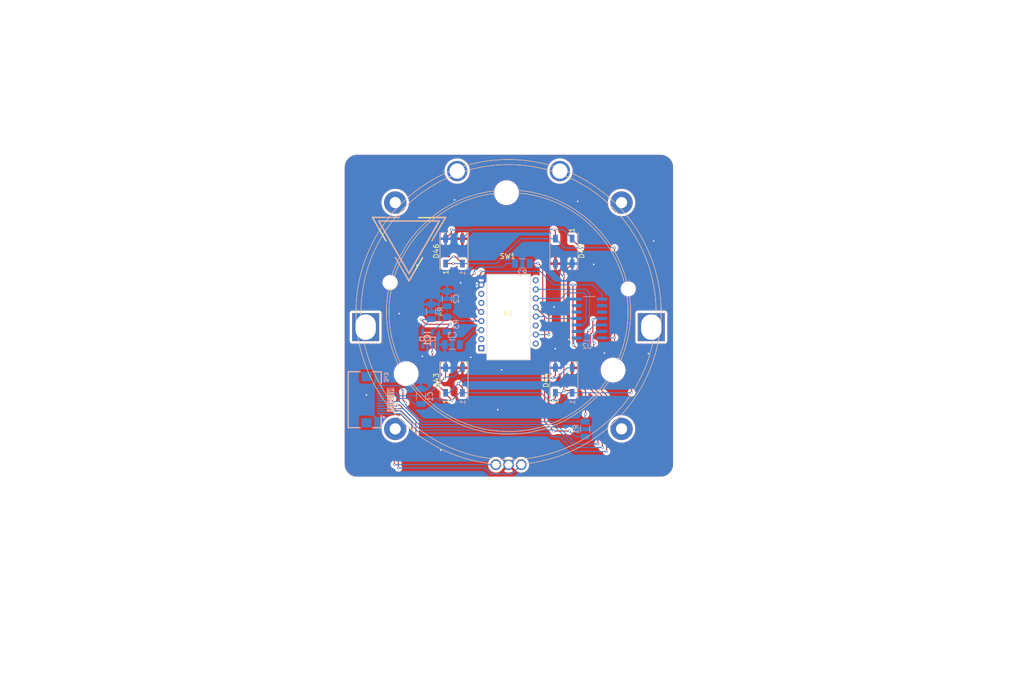
<source format=kicad_pcb>
(kicad_pcb (version 20221018) (generator pcbnew)
  (layers (0 "F.Cu" signal) (31 "B.Cu" signal) (34 "B.Paste" user) (35 "F.Paste" user) (36 "B.SilkS" user "B.Silkscreen") (37 "F.SilkS" user "F.Silkscreen") (38 "B.Mask" user) (39 "F.Mask" user) (44 "Edge.Cuts" user))
  (net 0 "")
  (net 1 "GND")
  (net 2 "+5V")
  (net 3 "Net-(U1-VDDPIX)")
  (net 4 "rgb_led_in")
  (net 5 "2V")
  (net 6 "Net-(D43-DOUT)")
  (net 7 "Net-(D44-DOUT)")
  (net 8 "Net-(D45-DOUT)")
  (net 9 "unconnected-(D46-DOUT-Pad2)")
  (net 10 "Net-(IC1-ADJ)")
  (net 11 "Net-(U1-LED_P)")
  (net 13 "SDA")
  (net 14 "SCL")
  (net 15 "GPIO_AD2")
  (net 16 "+3V3")
  (net 17 "MOSI")
  (net 18 "SPI_CS")
  (net 19 "MISO")
  (net 20 "SCLK")
  (net 25 "SCLK_SENSOR")
  (net 26 "MOSI_SENSOR")
  (net 27 "TR_CS_SENSOR")
  (net 32 "GPIO_AD1")
  (footprint "fingerpunch:PERS56v3" (layer "F.Cu") (at 174.552257 119.94)
    (fp_text reference "SW1" (at -0.186125 -10.989441 unlocked) (layer "F.SilkS"))
    (fp_text value "RotaryEncoder")
    (pad "" np_thru_hole circle (at -23.289742 -5.8064) (size 2.5 2.5) (drill 2.5) (layers "F&B.Cu" "*.Mask"))
    (pad "" np_thru_hole circle (at -20.134933 12.098289) (size 4.4 4.4) (drill 4.4) (layers "F&B.Cu" "*.Mask"))
    (pad "" thru_hole circle (at -10.094278 -27.7333) (size 4 4) (drill 3) (layers "*.Cu" "*.Mask"))
    (pad "" np_thru_hole circle (at -0.399847 -23.484645) (size 4.4 4.4) (drill 4.4) (layers "F&B.Cu" "*.Mask"))
    (pad "" thru_hole circle (at 10.091931 -27.732996) (size 4 4) (drill 3) (layers "*.Cu" "*.Mask"))
    (pad "" np_thru_hole circle (at 20.548742 11.390354) (size 4.4 4.4) (drill 4.4) (layers "F&B.Cu" "*.Mask"))
    (pad "" np_thru_hole circle (at 23.544338 -4.573199) (size 2.5 2.5) (drill 2.5) (layers "F&B.Cu" "*.Mask"))
    (pad "A" thru_hole circle (at -2.5 30) (size 2.1 2.1) (drill 1.5) (layers "*.Cu" "*.Mask") (net 32 "GPIO_AD1"))
    (pad "B" thru_hole circle (at 2.5 30) (size 2.1 2.1) (drill 1.5) (layers "*.Cu" "*.Mask") (net 15 "GPIO_AD2"))
    (pad "C" thru_hole circle (at 0 30) (size 2.1 2.1) (drill 1.5) (layers "*.Cu" "*.Mask") (net 1 "GND"))
    (pad "MP" thru_hole rect (at -28.095244 2.952929) (size 5.3 5.5) (drill oval 4 5) (layers "*.Cu" "*.Mask"))
    (pad "MP" thru_hole rect (at 28.070731 2.95064) (size 5.3 5.5) (drill oval 4 5) (layers "*.Cu" "*.Mask"))
  )
  (footprint "fingerpunch:LED_WS2812B_PLCC4_5.0x5.0mm_P3.2mm-reversible" (layer "F.Cu") (at 163.83 107.95 90)
    (fp_text reference "D46" (at 0 -3.5 90) (layer "F.SilkS"))
    (fp_text value "WS2812B")
    (fp_text user "1" (at -4.31 1.69 90) (layer "B.SilkS") (effects (justify mirror)))
    (fp_text user "1" (at -4.15 -1.6 90) (layer "F.SilkS"))
    (pad "1" smd rect (at -2.45 -1.65 90) (size 1.5 0.9) (layers "F.Cu" "F.Paste" "F.Mask") (net 2 "+5V"))
    (pad "1" smd rect (at -2.45 1.65 90) (size 1.5 0.9) (layers "B.Cu" "B.Paste" "B.Mask") (net 2 "+5V"))
    (pad "2" smd rect (at -2.45 -1.65 90) (size 1.5 0.9) (layers "B.Cu" "B.Paste" "B.Mask") (net 9 "unconnected-(D46-DOUT-Pad2)"))
    (pad "2" smd rect (at -2.45 1.65 90) (size 1.5 0.9) (layers "F.Cu" "F.Paste" "F.Mask") (net 9 "unconnected-(D46-DOUT-Pad2)"))
    (pad "3" smd rect (at 2.45 -1.65 90) (size 1.5 0.9) (layers "B.Cu" "B.Paste" "B.Mask") (net 1 "GND"))
    (pad "3" smd rect (at 2.45 1.65 90) (size 1.5 0.9) (layers "F.Cu" "F.Paste" "F.Mask") (net 1 "GND"))
    (pad "4" smd rect (at 2.45 -1.65 90) (size 1.5 0.9) (layers "F.Cu" "F.Paste" "F.Mask") (net 8 "Net-(D45-DOUT)"))
    (pad "4" smd rect (at 2.45 1.65 90) (size 1.5 0.9) (layers "B.Cu" "B.Paste" "B.Mask") (net 8 "Net-(D45-DOUT)"))
  )
  (footprint "fingerpunch:LED_WS2812B_PLCC4_5.0x5.0mm_P3.2mm-reversible" (layer "F.Cu") (at 185.42 107.95 -90)
    (fp_text reference "D45" (at 0 -3.5 90) (layer "F.SilkS"))
    (fp_text value "WS2812B")
    (fp_text user "1" (at -4.31 1.69 90) (layer "B.SilkS") (effects (justify mirror)))
    (fp_text user "1" (at -4.15 -1.6 90) (layer "F.SilkS"))
    (pad "1" smd rect (at -2.45 -1.65 270) (size 1.5 0.9) (layers "F.Cu" "F.Paste" "F.Mask") (net 2 "+5V"))
    (pad "1" smd rect (at -2.45 1.65 270) (size 1.5 0.9) (layers "B.Cu" "B.Paste" "B.Mask") (net 2 "+5V"))
    (pad "2" smd rect (at -2.45 -1.65 270) (size 1.5 0.9) (layers "B.Cu" "B.Paste" "B.Mask") (net 8 "Net-(D45-DOUT)"))
    (pad "2" smd rect (at -2.45 1.65 270) (size 1.5 0.9) (layers "F.Cu" "F.Paste" "F.Mask") (net 8 "Net-(D45-DOUT)"))
    (pad "3" smd rect (at 2.45 -1.65 270) (size 1.5 0.9) (layers "B.Cu" "B.Paste" "B.Mask") (net 1 "GND"))
    (pad "3" smd rect (at 2.45 1.65 270) (size 1.5 0.9) (layers "F.Cu" "F.Paste" "F.Mask") (net 1 "GND"))
    (pad "4" smd rect (at 2.45 -1.65 270) (size 1.5 0.9) (layers "F.Cu" "F.Paste" "F.Mask") (net 7 "Net-(D44-DOUT)"))
    (pad "4" smd rect (at 2.45 1.65 270) (size 1.5 0.9) (layers "B.Cu" "B.Paste" "B.Mask") (net 7 "Net-(D44-DOUT)"))
  )
  (footprint "fingerpunch:LED_WS2812B_PLCC4_5.0x5.0mm_P3.2mm-reversible" (layer "F.Cu") (at 185.42 133.35 90)
    (fp_text reference "D44" (at 0 -3.5 90) (layer "F.SilkS"))
    (fp_text value "WS2812B")
    (fp_text user "1" (at -4.31 1.69 90) (layer "B.SilkS") (effects (justify mirror)))
    (fp_text user "1" (at -4.15 -1.6 90) (layer "F.SilkS"))
    (pad "1" smd rect (at -2.45 -1.65 90) (size 1.5 0.9) (layers "F.Cu" "F.Paste" "F.Mask") (net 2 "+5V"))
    (pad "1" smd rect (at -2.45 1.65 90) (size 1.5 0.9) (layers "B.Cu" "B.Paste" "B.Mask") (net 2 "+5V"))
    (pad "2" smd rect (at -2.45 -1.65 90) (size 1.5 0.9) (layers "B.Cu" "B.Paste" "B.Mask") (net 7 "Net-(D44-DOUT)"))
    (pad "2" smd rect (at -2.45 1.65 90) (size 1.5 0.9) (layers "F.Cu" "F.Paste" "F.Mask") (net 7 "Net-(D44-DOUT)"))
    (pad "3" smd rect (at 2.45 -1.65 90) (size 1.5 0.9) (layers "B.Cu" "B.Paste" "B.Mask") (net 1 "GND"))
    (pad "3" smd rect (at 2.45 1.65 90) (size 1.5 0.9) (layers "F.Cu" "F.Paste" "F.Mask") (net 1 "GND"))
    (pad "4" smd rect (at 2.45 -1.65 90) (size 1.5 0.9) (layers "F.Cu" "F.Paste" "F.Mask") (net 6 "Net-(D43-DOUT)"))
    (pad "4" smd rect (at 2.45 1.65 90) (size 1.5 0.9) (layers "B.Cu" "B.Paste" "B.Mask") (net 6 "Net-(D43-DOUT)"))
  )
  (footprint "fingerpunch:LED_WS2812B_PLCC4_5.0x5.0mm_P3.2mm-reversible" (layer "F.Cu") (at 163.83 133.35 90)
    (fp_text reference "D43" (at 0 -3.5 90) (layer "F.SilkS"))
    (fp_text value "WS2812B")
    (fp_text user "1" (at -4.31 1.69 90) (layer "B.SilkS") (effects (justify mirror)))
    (fp_text user "1" (at -4.15 -1.6 90) (layer "F.SilkS"))
    (pad "1" smd rect (at -2.45 -1.65 90) (size 1.5 0.9) (layers "F.Cu" "F.Paste" "F.Mask") (net 2 "+5V"))
    (pad "1" smd rect (at -2.45 1.65 90) (size 1.5 0.9) (layers "B.Cu" "B.Paste" "B.Mask") (net 2 "+5V"))
    (pad "2" smd rect (at -2.45 -1.65 90) (size 1.5 0.9) (layers "B.Cu" "B.Paste" "B.Mask") (net 6 "Net-(D43-DOUT)"))
    (pad "2" smd rect (at -2.45 1.65 90) (size 1.5 0.9) (layers "F.Cu" "F.Paste" "F.Mask") (net 6 "Net-(D43-DOUT)"))
    (pad "3" smd rect (at 2.45 -1.65 90) (size 1.5 0.9) (layers "B.Cu" "B.Paste" "B.Mask") (net 1 "GND"))
    (pad "3" smd rect (at 2.45 1.65 90) (size 1.5 0.9) (layers "F.Cu" "F.Paste" "F.Mask") (net 1 "GND"))
    (pad "4" smd rect (at 2.45 -1.65 90) (size 1.5 0.9) (layers "F.Cu" "F.Paste" "F.Mask") (net 4 "rgb_led_in"))
    (pad "4" smd rect (at 2.45 1.65 90) (size 1.5 0.9) (layers "B.Cu" "B.Paste" "B.Mask") (net 4 "rgb_led_in"))
  )
  (footprint "vik:vik-module-mounting-large" (layer "F.Cu") (at 174.524743 120.65)
    (fp_text reference "H1" (at 0 -0.5 unlocked) (layer "F.SilkS"))
    (fp_text value "MountingHole")
    (pad "1" thru_hole circle (at -22.249743 -22.25) (size 4.4 4.4) (drill 2.2) (layers "*.Cu" "*.Mask"))
    (pad "1" thru_hole circle (at -22.249743 22.25) (size 4.4 4.4) (drill 2.2) (layers "*.Cu" "*.Mask"))
    (pad "1" thru_hole circle (at 22.250257 -22.25) (size 4.4 4.4) (drill 2.2) (layers "*.Cu" "*.Mask"))
    (pad "1" thru_hole circle (at 22.250257 22.25) (size 4.4 4.4) (drill 2.2) (layers "*.Cu" "*.Mask"))
  )
  (footprint "fingerpunch:vik-logo-medium" (layer "F.Cu") (at 154.971197 106.105578)
    (fp_text reference "REF**")
    (fp_text value "vik-logo-medium")
  )
  (footprint "Resistor_SMD:R_1206_3216Metric" (layer "B.Cu") (at 159.325 119.8625 90)
    (fp_text reference "R4" (at 0 1.82 90) (layer "B.SilkS") (effects (justify mirror)))
    (fp_text value "10k")
    (pad "1" smd roundrect (at -1.4625 0 90) (size 1.125 1.75) (layers "B.Cu" "B.Paste" "B.Mask") (roundrect_rratio 0.2222222222) (net 10 "Net-(IC1-ADJ)"))
    (pad "2" smd roundrect (at 1.4625 0 90) (size 1.125 1.75) (layers "B.Cu" "B.Paste" "B.Mask") (roundrect_rratio 0.2222222222) (net 1 "GND"))
  )
  (footprint "fingerpunch:PMW3360" (layer "B.Cu") (at 174.55 120.925)
    (fp_text reference "U1" hide)
    (fp_text value "PMW3360DM-T2QU")
    (fp_line (start -4.25 -8.375) (end 4.25 -8.375) (stroke (width 0.12)) (layer "Edge.Cuts"))
    (fp_line (start -4.25 8.375) (end -4.25 -8.375) (stroke (width 0.12)) (layer "Edge.Cuts"))
    (fp_line (start -4.25 8.375) (end 4.25 8.375) (stroke (width 0.12)) (layer "Edge.Cuts"))
    (fp_line (start 4.25 8.375) (end 4.25 -8.375) (stroke (width 0.12)) (layer "Edge.Cuts"))
    (pad "1" thru_hole rect (at -5.35 6.105) (size 1.2 1.2) (drill 0.7) (layers "*.Cu" "*.Mask"))
    (pad "2" thru_hole circle (at -5.35 4.325) (size 1.2 1.2) (drill 0.7) (layers "*.Cu" "*.Mask"))
    (pad "3" thru_hole circle (at -5.35 2.545) (size 1.2 1.2) (drill 0.7) (layers "*.Cu" "*.Mask") (net 3 "Net-(U1-VDDPIX)"))
    (pad "4" thru_hole circle (at -5.35 0.765) (size 1.2 1.2) (drill 0.7) (layers "*.Cu" "*.Mask") (net 5 "2V"))
    (pad "5" thru_hole circle (at -5.35 -1.015) (size 1.2 1.2) (drill 0.7) (layers "*.Cu" "*.Mask") (net 16 "+3V3"))
    (pad "6" thru_hole circle (at -5.35 -2.795) (size 1.2 1.2) (drill 0.7) (layers "*.Cu" "*.Mask"))
    (pad "7" thru_hole circle (at -5.35 -4.575) (size 1.2 1.2) (drill 0.7) (layers "*.Cu" "*.Mask"))
    (pad "8" thru_hole circle (at -5.35 -6.355) (size 1.2 1.2) (drill 0.7) (layers "*.Cu" "*.Mask") (net 1 "GND"))
    (pad "9" thru_hole circle (at 5.35 -7.245) (size 1.2 1.2) (drill 0.7) (layers "*.Cu" "*.Mask"))
    (pad "10" thru_hole circle (at 5.35 -5.465) (size 1.2 1.2) (drill 0.7) (layers "*.Cu" "*.Mask") (net 25 "SCLK_SENSOR"))
    (pad "11" thru_hole circle (at 5.35 -3.685) (size 1.2 1.2) (drill 0.7) (layers "*.Cu" "*.Mask") (net 26 "MOSI_SENSOR"))
    (pad "12" thru_hole circle (at 5.35 -1.905) (size 1.2 1.2) (drill 0.7) (layers "*.Cu" "*.Mask") (net 19 "MISO"))
    (pad "13" thru_hole circle (at 5.35 -0.125) (size 1.2 1.2) (drill 0.7) (layers "*.Cu" "*.Mask") (net 27 "TR_CS_SENSOR"))
    (pad "14" thru_hole circle (at 5.35 1.655) (size 1.2 1.2) (drill 0.7) (layers "*.Cu" "*.Mask"))
    (pad "15" thru_hole circle (at 5.35 3.435) (size 1.2 1.2) (drill 0.7) (layers "*.Cu" "*.Mask") (net 11 "Net-(U1-LED_P)"))
    (pad "16" thru_hole circle (at 5.35 5.215) (size 1.2 1.2) (drill 0.7) (layers "*.Cu" "*.Mask"))
  )
  (footprint "Capacitor_SMD:C_1206_3216Metric" (layer "B.Cu") (at 157.325 136.525 90)
    (fp_text reference "C1" (at 0 1.85 90) (layer "B.SilkS") (effects (justify mirror)))
    (fp_text value "1uF")
    (pad "1" smd roundrect (at -1.475 0 90) (size 1.15 1.8) (layers "B.Cu" "B.Paste" "B.Mask") (roundrect_rratio 0.2173913043) (net 2 "+5V"))
    (pad "2" smd roundrect (at 1.475 0 90) (size 1.15 1.8) (layers "B.Cu" "B.Paste" "B.Mask") (roundrect_rratio 0.2173913043) (net 1 "GND"))
  )
  (footprint "fingerpunch:SOIC127P600X175-14N" (layer "B.Cu") (at 190.4325 121.2)
    (fp_text reference "U2" (at -0.425 5.435) (layer "B.SilkS") (effects (justify mirror)))
    (fp_text value "TXS0104EDR")
    (pad "1" smd rect (at -2.475 3.81) (size 1.97 0.6) (layers "B.Cu" "B.Paste" "B.Mask") (net 16 "+3V3"))
    (pad "2" smd rect (at -2.475 2.54) (size 1.97 0.6) (layers "B.Cu" "B.Paste" "B.Mask") (net 25 "SCLK_SENSOR"))
    (pad "3" smd rect (at -2.475 1.27) (size 1.97 0.6) (layers "B.Cu" "B.Paste" "B.Mask") (net 26 "MOSI_SENSOR"))
    (pad "4" smd rect (at -2.475 0) (size 1.97 0.6) (layers "B.Cu" "B.Paste" "B.Mask") (net 27 "TR_CS_SENSOR"))
    (pad "5" smd rect (at -2.475 -1.27) (size 1.97 0.6) (layers "B.Cu" "B.Paste" "B.Mask"))
    (pad "6" smd rect (at -2.475 -2.54) (size 1.97 0.6) (layers "B.Cu" "B.Paste" "B.Mask"))
    (pad "7" smd rect (at -2.475 -3.81) (size 1.97 0.6) (layers "B.Cu" "B.Paste" "B.Mask") (net 1 "GND"))
    (pad "8" smd rect (at 2.475 -3.81) (size 1.97 0.6) (layers "B.Cu" "B.Paste" "B.Mask") (net 16 "+3V3"))
    (pad "9" smd rect (at 2.475 -2.54) (size 1.97 0.6) (layers "B.Cu" "B.Paste" "B.Mask"))
    (pad "10" smd rect (at 2.475 -1.27) (size 1.97 0.6) (layers "B.Cu" "B.Paste" "B.Mask"))
    (pad "11" smd rect (at 2.475 0) (size 1.97 0.6) (layers "B.Cu" "B.Paste" "B.Mask") (net 18 "SPI_CS"))
    (pad "12" smd rect (at 2.475 1.27) (size 1.97 0.6) (layers "B.Cu" "B.Paste" "B.Mask") (net 17 "MOSI"))
    (pad "13" smd rect (at 2.475 2.54) (size 1.97 0.6) (layers "B.Cu" "B.Paste" "B.Mask") (net 20 "SCLK"))
    (pad "14" smd rect (at 2.475 3.81) (size 1.97 0.6) (layers "B.Cu" "B.Paste" "B.Mask") (net 2 "+5V"))
  )
  (footprint "fingerpunch:AP7331" (layer "B.Cu") (at 158.625 125.2 90)
    (fp_text reference "IC1" (at 0 0 90) (layer "B.SilkS") (effects (font (size 1.27 1.27) (thickness 0.254)) (justify mirror)))
    (fp_text value "AP7335-WG-7" hide)
    (pad "1" smd rect (at -1.3 0.95) (size 0.6 1.2) (layers "B.Cu" "B.Paste" "B.Mask") (net 2 "+5V"))
    (pad "2" smd rect (at -1.3 0) (size 0.6 1.2) (layers "B.Cu" "B.Paste" "B.Mask") (net 1 "GND"))
    (pad "3" smd rect (at -1.3 -0.95) (size 0.6 1.2) (layers "B.Cu" "B.Paste" "B.Mask") (net 2 "+5V"))
    (pad "4" smd rect (at 1.3 -0.95) (size 0.6 1.2) (layers "B.Cu" "B.Paste" "B.Mask") (net 10 "Net-(IC1-ADJ)"))
    (pad "5" smd rect (at 1.3 0.95) (size 0.6 1.2) (layers "B.Cu" "B.Paste" "B.Mask") (net 5 "2V"))
  )
  (footprint "Resistor_SMD:R_1206_3216Metric" (layer "B.Cu") (at 162.425 122.35 90)
    (fp_text reference "R3" (at 0 1.82 90) (layer "B.SilkS") (effects (justify mirror)))
    (fp_text value "15k")
    (pad "1" smd roundrect (at -1.4625 0 90) (size 1.125 1.75) (layers "B.Cu" "B.Paste" "B.Mask") (roundrect_rratio 0.2222222222) (net 10 "Net-(IC1-ADJ)"))
    (pad "2" smd roundrect (at 1.4625 0 90) (size 1.125 1.75) (layers "B.Cu" "B.Paste" "B.Mask") (roundrect_rratio 0.2222222222) (net 5 "2V"))
  )
  (footprint "vik:vik-module-connector-horizontal" (layer "B.Cu") (at 147.32 137.16 90)
    (fp_text reference "J1" hide)
    (fp_text value "~")
    (fp_text user "VIK IN" (at -2.36 3.42 270 unlocked) (layer "B.SilkS" knockout) (effects (justify left bottom mirror)))
    (fp_text user "3v3" (at 3.3 2.7 270 unlocked) (layer "B.SilkS") (effects (font (size 0.75 0.75)) (justify left bottom mirror)))
    (pad "1" smd rect (at -2.75 2.038 90) (size 0.28 1.25) (layers "B.Cu" "B.Paste" "B.Mask") (net 20 "SCLK"))
    (pad "2" smd rect (at -2.25 2.038 90) (size 0.28 1.25) (layers "B.Cu" "B.Paste" "B.Mask") (net 19 "MISO"))
    (pad "3" smd rect (at -1.75 2.038 90) (size 0.28 1.25) (layers "B.Cu" "B.Paste" "B.Mask") (net 18 "SPI_CS"))
    (pad "4" smd rect (at -1.25 2.038 90) (size 0.28 1.25) (layers "B.Cu" "B.Paste" "B.Mask") (net 15 "GPIO_AD2"))
    (pad "5" smd rect (at -0.75 2.038 90) (size 0.28 1.25) (layers "B.Cu" "B.Paste" "B.Mask") (net 17 "MOSI"))
    (pad "6" smd rect (at -0.25 2.038 90) (size 0.28 1.25) (layers "B.Cu" "B.Paste" "B.Mask") (net 32 "GPIO_AD1"))
    (pad "7" smd rect (at 0.25 2.038 90) (size 0.28 1.25) (layers "B.Cu" "B.Paste" "B.Mask") (net 2 "+5V"))
    (pad "8" smd rect (at 0.75 2.038 90) (size 0.28 1.25) (layers "B.Cu" "B.Paste" "B.Mask") (net 4 "rgb_led_in"))
    (pad "9" smd rect (at 1.25 2.038 90) (size 0.28 1.25) (layers "B.Cu" "B.Paste" "B.Mask") (net 14 "SCL"))
    (pad "10" smd rect (at 1.75 2.038 90) (size 0.28 1.25) (layers "B.Cu" "B.Paste" "B.Mask") (net 13 "SDA"))
    (pad "11" smd rect (at 2.25 2.038 90) (size 0.28 1.25) (layers "B.Cu" "B.Paste" "B.Mask") (net 1 "GND"))
    (pad "12" smd rect (at 2.75 2.038 90) (size 0.28 1.25) (layers "B.Cu" "B.Paste" "B.Mask") (net 16 "+3V3"))
    (pad "13" smd rect (at 4.55 -0.686 90) (size 1.8 2) (layers "B.Cu" "B.Paste" "B.Mask"))
    (pad "14" smd rect (at -4.55 -0.686 90) (size 1.8 2) (layers "B.Cu" "B.Paste" "B.Mask"))
  )
  (footprint "Capacitor_SMD:C_1206_3216Metric" (layer "B.Cu") (at 163.475 126.325 180)
    (fp_text reference "C3" (at 0 1.85) (layer "B.SilkS") (effects (justify mirror)))
    (fp_text value "4.7uF")
    (pad "1" smd roundrect (at -1.475 0 180) (size 1.15 1.8) (layers "B.Cu" "B.Paste" "B.Mask") (roundrect_rratio 0.2173913043) (net 3 "Net-(U1-VDDPIX)"))
    (pad "2" smd roundrect (at 1.475 0 180) (size 1.15 1.8) (layers "B.Cu" "B.Paste" "B.Mask") (roundrect_rratio 0.2173913043) (net 1 "GND"))
  )
  (footprint "Capacitor_SMD:C_1206_3216Metric" (layer "B.Cu") (at 162.425 117.325 90)
    (fp_text reference "C2" (at 0 1.85 90) (layer "B.SilkS") (effects (justify mirror)))
    (fp_text value "1uF")
    (pad "1" smd roundrect (at -1.475 0 90) (size 1.15 1.8) (layers "B.Cu" "B.Paste" "B.Mask") (roundrect_rratio 0.2173913043) (net 5 "2V"))
    (pad "2" smd roundrect (at 1.475 0 90) (size 1.15 1.8) (layers "B.Cu" "B.Paste" "B.Mask") (roundrect_rratio 0.2173913043) (net 1 "GND"))
  )
  (footprint "fingerpunch:vik-logo-medium" (layer "B.Cu") (at 154.971197 106.080578 180)
    (fp_text reference "REF**")
    (fp_text value "vik-logo-medium")
  )
  (footprint "Resistor_SMD:R_1206_3216Metric" (layer "B.Cu") (at 177.275 110.375)
    (fp_text reference "R2" (at 0 1.82) (layer "B.SilkS") (effects (justify mirror)))
    (fp_text value "39")
    (pad "1" smd roundrect (at -1.4625 0) (size 1.125 1.75) (layers "B.Cu" "B.Paste" "B.Mask") (roundrect_rratio 0.2222222222) (net 5 "2V"))
    (pad "2" smd roundrect (at 1.4625 0) (size 1.125 1.75) (layers "B.Cu" "B.Paste" "B.Mask") (roundrect_rratio 0.2222222222) (net 11 "Net-(U1-LED_P)"))
  )
  (footprint "Resistor_SMD:R_1206_3216Metric" (layer "B.Cu") (at 189.6 142.95 -90)
    (fp_text reference "R1" (at 0 1.82 90) (layer "B.SilkS") (effects (justify mirror)))
    (fp_text value "10k")
    (pad "1" smd roundrect (at -1.4625 0 270) (size 1.125 1.75) (layers "B.Cu" "B.Paste" "B.Mask") (roundrect_rratio 0.2222222222) (net 16 "+3V3"))
    (pad "2" smd roundrect (at 1.4625 0 270) (size 1.125 1.75) (layers "B.Cu" "B.Paste" "B.Mask") (roundrect_rratio 0.2222222222) (net 19 "MISO"))
  )
  (gr_line (start 142.24 91.44) (end 142.24 149.86) (stroke (width 0.05)) (layer "Edge.Cuts"))
  (gr_arc (start 144.78 152.4) (mid 142.983949 151.656051) (end 142.24 149.86) (stroke (width 0.05)) (layer "Edge.Cuts"))
  (gr_line (start 204.47 88.9) (end 144.78 88.9) (stroke (width 0.05)) (layer "Edge.Cuts"))
  (gr_line (start 144.78 152.4) (end 204.47 152.4) (stroke (width 0.05)) (layer "Edge.Cuts"))
  (gr_arc (start 207.01 149.86) (mid 206.266051 151.656051) (end 204.47 152.4) (stroke (width 0.05)) (layer "Edge.Cuts"))
  (gr_line (start 207.01 149.86) (end 207.01 91.44) (stroke (width 0.05)) (layer "Edge.Cuts"))
  (gr_arc (start 204.47 88.9) (mid 206.266051 89.643949) (end 207.01 91.44) (stroke (width 0.05)) (layer "Edge.Cuts"))
  (gr_arc (start 142.24 91.44) (mid 142.983949 89.643949) (end 144.78 88.9) (stroke (width 0.05)) (layer "Edge.Cuts"))
  (via (at 188.15 98.175) (size 0.5) (drill 0.3) (layers "F.Cu" "B.Cu") (net 1))
  (via (at 161.225 147.075) (size 0.5) (drill 0.3) (layers "F.Cu" "B.Cu") (net 1))
  (via (at 157.62 128.62) (size 0.5) (drill 0.3) (layers "F.Cu" "B.Cu") (net 1))
  (via (at 146.61 136.24) (size 0.5) (drill 0.3) (layers "F.Cu" "B.Cu") (net 1))
  (via (at 165.12 114.18) (size 0.5) (drill 0.3) (layers "F.Cu" "B.Cu") (net 1))
  (via (at 193.39 128) (size 0.5) (drill 0.3) (layers "F.Cu" "B.Cu") (net 1))
  (via (at 183.5 118.925) (size 0.5) (drill 0.3) (layers "F.Cu" "B.Cu") (net 1))
  (via (at 183.73 127.14) (size 0.5) (drill 0.3) (layers "F.Cu" "B.Cu") (net 1))
  (via (at 203.08 105.97) (size 0.5) (drill 0.3) (layers "F.Cu" "B.Cu") (net 1))
  (via (at 172.45 139.125) (size 0.5) (drill 0.3) (layers "F.Cu" "B.Cu") (net 1))
  (via (at 191.3 110.56) (size 0.5) (drill 0.3) (layers "F.Cu" "B.Cu") (net 1))
  (via (at 156.56 110.75) (size 0.5) (drill 0.3) (layers "F.Cu" "B.Cu") (net 1))
  (via (at 153.05 120.225) (size 0.5) (drill 0.3) (layers "F.Cu" "B.Cu") (net 1))
  (via (at 163.925 97.875) (size 0.5) (drill 0.3) (layers "F.Cu" "B.Cu") (net 1))
  (via (at 167.125 128.825) (size 0.5) (drill 0.3) (layers "F.Cu" "B.Cu") (net 1))
  (via (at 202.05 128.1) (size 0.5) (drill 0.3) (layers "F.Cu" "B.Cu") (net 1))
  (via (at 173.21 131.29) (size 0.5) (drill 0.3) (layers "F.Cu" "B.Cu") (net 1))
  (segment (start 187.9575 117.39) (end 186.62 117.39) (width 0.2) (layer "B.Cu") (net 1))
  (segment (start 158.625 127.615) (end 157.62 128.62) (width 0.2) (layer "B.Cu") (net 1))
  (segment (start 158.625 126.5) (end 158.625 127.615) (width 0.2) (layer "B.Cu") (net 1))
  (segment (start 147.94 134.91) (end 146.61 136.24) (width 0.2) (layer "B.Cu") (net 1))
  (segment (start 149.358 134.91) (end 147.94 134.91) (width 0.2) (layer "B.Cu") (net 1))
  (segment (start 169.2 114.57) (end 165.51 114.57) (width 0.2) (layer "B.Cu") (net 1))
  (segment (start 186.62 117.39) (end 185.085 118.925) (width 0.2) (layer "B.Cu") (net 1))
  (segment (start 185.085 118.925) (end 183.5 118.925) (width 0.2) (layer "B.Cu") (net 1))
  (segment (start 165.51 114.57) (end 165.12 114.18) (width 0.2) (layer "B.Cu") (net 1))
  (segment (start 162.18 135.8) (end 162.18 136.03) (width 0.2) (layer "F.Cu") (net 2))
  (segment (start 188.57 107.17) (end 188.675 107.275) (width 0.2) (layer "F.Cu") (net 2))
  (segment (start 159.55 133.17) (end 159.55 127.825) (width 0.2) (layer "F.Cu") (net 2))
  (segment (start 198.75 130.125) (end 198.75 135.775) (width 0.2) (layer "F.Cu") (net 2))
  (segment (start 162.18 135.8) (end 159.55 133.17) (width 0.2) (layer "F.Cu") (net 2))
  (segment (start 162.18 110.4) (end 163.69 110.4) (width 0.2) (layer "F.Cu") (net 2))
  (segment (start 195.4 107.3) (end 195.4 124.95) (width 0.2) (layer "F.Cu") (net 2))
  (segment (start 183.77 136.79) (end 183.27 137.29) (width 0.2) (layer "F.Cu") (net 2))
  (segment (start 195.4 124.95) (end 195.4 126.775) (width 0.2) (layer "F.Cu") (net 2))
  (segment (start 187.07 105.5) (end 187.07 105.67) (width 0.2) (layer "F.Cu") (net 2))
  (segment (start 162.18 136.03) (end 163.43 137.28) (width 0.2) (layer "F.Cu") (net 2))
  (segment (start 187.07 105.67) (end 188.57 107.17) (width 0.2) (layer "F.Cu") (net 2))
  (segment (start 195.4 126.775) (end 196.575 127.95) (width 0.2) (layer "F.Cu") (net 2))
  (segment (start 196.575 127.95) (end 198.75 130.125) (width 0.2) (layer "F.Cu") (net 2))
  (segment (start 183.77 135.8) (end 183.77 136.79) (width 0.2) (layer "F.Cu") (net 2))
  (via (at 183.27 137.29) (size 0.5) (drill 0.3) (layers "F.Cu" "B.Cu") (net 2))
  (via (at 198.75 135.775) (size 0.5) (drill 0.3) (layers "F.Cu" "B.Cu") (net 2))
  (via (at 195.4 107.3) (size 0.5) (drill 0.3) (layers "F.Cu" "B.Cu") (net 2))
  (via (at 159.55 127.825) (size 0.5) (drill 0.3) (layers "F.Cu" "B.Cu") (net 2))
  (via (at 188.675 107.275) (size 0.5) (drill 0.3) (layers "F.Cu" "B.Cu") (net 2))
  (via (at 195.4 124.95) (size 0.5) (drill 0.3) (layers "F.Cu" "B.Cu") (net 2))
  (via (at 163.43 137.28) (size 0.5) (drill 0.3) (layers "F.Cu" "B.Cu") (net 2))
  (via (at 163.69 110.4) (size 0.5) (drill 0.3) (layers "F.Cu" "B.Cu") (net 2))
  (segment (start 198.725 135.8) (end 198.75 135.775) (width 0.2) (layer "B.Cu") (net 2))
  (segment (start 149.358 136.91) (end 150.69 136.91) (width 0.2) (layer "B.Cu") (net 2))
  (segment (start 158.15 125.125) (end 157.675 125.6) (width 0.2) (layer "B.Cu") (net 2))
  (segment (start 164.91 135.8) (end 165.48 135.8) (width 0.2) (layer "B.Cu") (net 2))
  (segment (start 151.35 136.25) (end 152.13 136.25) (width 0.2) (layer "B.Cu") (net 2))
  (segment (start 163.43 137.28) (end 164.91 135.8) (width 0.2) (layer "B.Cu") (net 2))
  (segment (start 195.34 125.01) (end 195.4 124.95) (width 0.2) (layer "B.Cu") (net 2))
  (segment (start 185.58 107.31) (end 188.64 107.31) (width 0.2) (layer "B.Cu") (net 2))
  (segment (start 184.82 137.29) (end 186.31 135.8) (width 0.2) (layer "B.Cu") (net 2))
  (segment (start 159.55 126.525) (end 159.575 126.5) (width 0.2) (layer "B.Cu") (net 2))
  (segment (start 172.09 110.4) (end 165.48 110.4) (width 0.2) (layer "B.Cu") (net 2))
  (segment (start 195.375 107.275) (end 195.4 107.3) (width 0.2) (layer "B.Cu") (net 2))
  (segment (start 158.75 138) (end 159.84 136.91) (width 0.2) (layer "B.Cu") (net 2))
  (segment (start 192.9075 125.01) (end 195.34 125.01) (width 0.2) (layer "B.Cu") (net 2))
  (segment (start 182.45 137.29) (end 183.27 137.29) (width 0.2) (layer "B.Cu") (net 2))
  (segment (start 160.85 137.28) (end 163.43 137.28) (width 0.2) (layer "B.Cu") (net 2))
  (segment (start 159.84 136.91) (end 160.48 136.91) (width 0.2) (layer "B.Cu") (net 2))
  (segment (start 159.55 127.825) (end 159.55 126.525) (width 0.2) (layer "B.Cu") (net 2))
  (segment (start 152.79 136.91) (end 155.035 136.91) (width 0.2) (layer "B.Cu") (net 2))
  (segment (start 157.675 125.6) (end 157.675 126.5) (width 0.2) (layer "B.Cu") (net 2))
  (segment (start 176.99 105.5) (end 172.09 110.4) (width 0.2) (layer "B.Cu") (net 2))
  (segment (start 183.77 105.5) (end 185.58 107.31) (width 0.2) (layer "B.Cu") (net 2))
  (segment (start 183.77 105.5) (end 176.99 105.5) (width 0.2) (layer "B.Cu") (net 2))
  (segment (start 188.675 107.275) (end 195.375 107.275) (width 0.2) (layer "B.Cu") (net 2))
  (segment (start 152.13 136.25) (end 152.79 136.91) (width 0.2) (layer "B.Cu") (net 2))
  (segment (start 156.125 138) (end 157.325 138) (width 0.2) (layer "B.Cu") (net 2))
  (segment (start 188.64 107.31) (end 188.675 107.275) (width 0.2) (layer "B.Cu") (net 2))
  (segment (start 165.48 135.8) (end 180.96 135.8) (width 0.2) (layer "B.Cu") (net 2))
  (segment (start 157.325 138) (end 158.75 138) (width 0.2) (layer "B.Cu") (net 2))
  (segment (start 187.07 135.8) (end 198.725 135.8) (width 0.2) (layer "B.Cu") (net 2))
  (segment (start 155.035 136.91) (end 156.125 138) (width 0.2) (layer "B.Cu") (net 2))
  (segment (start 150.69 136.91) (end 151.35 136.25) (width 0.2) (layer "B.Cu") (net 2))
  (segment (start 160.48 136.91) (end 160.85 137.28) (width 0.2) (layer "B.Cu") (net 2))
  (segment (start 186.31 135.8) (end 187.07 135.8) (width 0.2) (layer "B.Cu") (net 2))
  (segment (start 159.575 125.6) (end 159.1 125.125) (width 0.2) (layer "B.Cu") (net 2))
  (segment (start 159.575 126.5) (end 159.575 125.6) (width 0.2) (layer "B.Cu") (net 2))
  (segment (start 163.69 110.4) (end 165.48 110.4) (width 0.2) (layer "B.Cu") (net 2))
  (segment (start 180.96 135.8) (end 182.45 137.29) (width 0.2) (layer "B.Cu") (net 2))
  (segment (start 183.27 137.29) (end 184.82 137.29) (width 0.2) (layer "B.Cu") (net 2))
  (segment (start 159.1 125.125) (end 158.15 125.125) (width 0.2) (layer "B.Cu") (net 2))
  (segment (start 167.805 123.47) (end 169.2 123.47) (width 0.2) (layer "B.Cu") (net 3))
  (segment (start 164.95 126.325) (end 167.805 123.47) (width 0.2) (layer "B.Cu") (net 3))
  (segment (start 162.18 132.71) (end 161.945 132.945) (width 0.2) (layer "F.Cu") (net 4))
  (segment (start 162.18 130.9) (end 162.18 132.71) (width 0.2) (layer "F.Cu") (net 4))
  (via (at 161.945 132.945) (size 0.5) (drill 0.3) (layers "F.Cu" "B.Cu") (net 4))
  (segment (start 151.18 135.78) (end 152.43 135.78) (width 0.2) (layer "B.Cu") (net 4))
  (segment (start 165.48 130.98) (end 165.48 130.9) (width 0.2) (layer "B.Cu") (net 4))
  (segment (start 161.945 132.945) (end 162.21 132.68) (width 0.2) (layer "B.Cu") (net 4))
  (segment (start 162.21 132.68) (end 163.78 132.68) (width 0.2) (layer "B.Cu") (net 4))
  (segment (start 163.78 132.68) (end 165.48 130.98) (width 0.2) (layer "B.Cu") (net 4))
  (segment (start 152.43 135.78) (end 153.06 136.41) (width 0.2) (layer "B.Cu") (net 4))
  (segment (start 153.06 136.41) (end 158.48 136.41) (width 0.2) (layer "B.Cu") (net 4))
  (segment (start 149.358 136.41) (end 150.55 136.41) (width 0.2) (layer "B.Cu") (net 4))
  (segment (start 158.48 136.41) (end 161.945 132.945) (width 0.2) (layer "B.Cu") (net 4))
  (segment (start 150.55 136.41) (end 151.18 135.78) (width 0.2) (layer "B.Cu") (net 4))
  (segment (start 169.2 121.69) (end 168.315 121.69) (width 0.2) (layer "F.Cu") (net 5))
  (segment (start 166.775 113.325) (end 167.825 112.275) (width 0.2) (layer "F.Cu") (net 5))
  (segment (start 166.775 115.85) (end 166.775 113.325) (width 0.2) (layer "F.Cu") (net 5))
  (segment (start 167.9 121.275) (end 166.775 120.15) (width 0.2) (layer "F.Cu") (net 5))
  (segment (start 166.775 120.15) (end 166.775 115.85) (width 0.2) (layer "F.Cu") (net 5))
  (segment (start 168.315 121.69) (end 167.9 121.275) (width 0.2) (layer "F.Cu") (net 5))
  (via (at 167.825 112.275) (size 0.5) (drill 0.3) (layers "F.Cu" "B.Cu") (net 5))
  (segment (start 169.2 121.69) (end 164.59 121.69) (width 0.2) (layer "B.Cu") (net 5))
  (segment (start 164.59 121.69) (end 163.7875 120.8875) (width 0.2) (layer "B.Cu") (net 5))
  (segment (start 162.425 120.8875) (end 162.425 118.8) (width 0.2) (layer "B.Cu") (net 5))
  (segment (start 168.525 111.1) (end 173.3 111.1) (width 0.2) (layer "B.Cu") (net 5))
  (segment (start 167.825 112.275) (end 167.825 111.8) (width 0.2) (layer "B.Cu") (net 5))
  (segment (start 174.025 110.375) (end 175.8125 110.375) (width 0.2) (layer "B.Cu") (net 5))
  (segment (start 163.7875 120.8875) (end 162.425 120.8875) (width 0.2) (layer "B.Cu") (net 5))
  (segment (start 162.425 121.05) (end 162.425 120.8875) (width 0.2) (layer "B.Cu") (net 5))
  (segment (start 173.3 111.1) (end 174.025 110.375) (width 0.2) (layer "B.Cu") (net 5))
  (segment (start 167.825 111.8) (end 168.525 111.1) (width 0.2) (layer "B.Cu") (net 5))
  (segment (start 159.575 123.9) (end 162.425 121.05) (width 0.2) (layer "B.Cu") (net 5))
  (segment (start 183.77 130.9) (end 183.77 132.38) (width 0.2) (layer "F.Cu") (net 6))
  (segment (start 165.48 134.81) (end 164.66 133.99) (width 0.2) (layer "F.Cu") (net 6))
  (segment (start 165.48 135.8) (end 165.48 134.81) (width 0.2) (layer "F.Cu") (net 6))
  (segment (start 183.77 132.38) (end 183.25 132.9) (width 0.2) (layer "F.Cu") (net 6))
  (via (at 164.66 133.99) (size 0.5) (drill 0.3) (layers "F.Cu" "B.Cu") (net 6))
  (via (at 183.25 132.9) (size 0.5) (drill 0.3) (layers "F.Cu" "B.Cu") (net 6))
  (segment (start 162.85 135.8) (end 164.66 133.99) (width 0.2) (layer "B.Cu") (net 6))
  (segment (start 186.07 130.9) (end 187.07 130.9) (width 0.2) (layer "B.Cu") (net 6))
  (segment (start 183.25 132.9) (end 184.07 132.9) (width 0.2) (layer "B.Cu") (net 6))
  (segment (start 164.66 133.99) (end 165.75 132.9) (width 0.2) (layer "B.Cu") (net 6))
  (segment (start 165.75 132.9) (end 183.25 132.9) (width 0.2) (layer "B.Cu") (net 6))
  (segment (start 184.07 132.9) (end 186.07 130.9) (width 0.2) (layer "B.Cu") (net 6))
  (segment (start 162.18 135.8) (end 162.85 135.8) (width 0.2) (layer "B.Cu") (net 6))
  (segment (start 185.43 135.36) (end 185.43 112.87) (width 0.2) (layer "F.Cu") (net 7))
  (segment (start 185.43 112.04) (end 187.07 110.4) (width 0.2) (layer "F.Cu") (net 7))
  (segment (start 185.43 112.87) (end 185.43 112.04) (width 0.2) (layer "F.Cu") (net 7))
  (segment (start 186.63 135.36) (end 187.07 135.8) (width 0.2) (layer "F.Cu") (net 7))
  (segment (start 185.43 135.36) (end 186.63 135.36) (width 0.2) (layer "F.Cu") (net 7))
  (via (at 185.43 135.36) (size 0.5) (drill 0.3) (layers "F.Cu" "B.Cu") (net 7))
  (via (at 185.43 112.87) (size 0.5) (drill 0.3) (layers "F.Cu" "B.Cu") (net 7))
  (segment (start 183.77 135.8) (end 184.99 135.8) (width 0.2) (layer "B.Cu") (net 7))
  (segment (start 183.77 111.41) (end 185.23 112.87) (width 0.2) (layer "B.Cu") (net 7))
  (segment (start 184.99 135.8) (end 185.43 135.36) (width 0.2) (layer "B.Cu") (net 7))
  (segment (start 183.77 110.4) (end 183.77 111.41) (width 0.2) (layer "B.Cu") (net 7))
  (segment (start 185.23 112.87) (end 185.43 112.87) (width 0.2) (layer "B.Cu") (net 7))
  (segment (start 183.77 105.5) (end 183.77 104.05) (width 0.2) (layer "F.Cu") (net 8))
  (segment (start 162.18 105.5) (end 163.33 104.35) (width 0.2) (layer "F.Cu") (net 8))
  (segment (start 163.33 104.35) (end 163.33 103.76) (width 0.2) (layer "F.Cu") (net 8))
  (segment (start 183.77 104.05) (end 183.4 103.68) (width 0.2) (layer "F.Cu") (net 8))
  (via (at 163.33 103.76) (size 0.5) (drill 0.3) (layers "F.Cu" "B.Cu") (net 8))
  (via (at 183.4 103.68) (size 0.5) (drill 0.3) (layers "F.Cu" "B.Cu") (net 8))
  (segment (start 167.3 103.68) (end 165.48 105.5) (width 0.2) (layer "B.Cu") (net 8))
  (segment (start 167.22 103.76) (end 167.3 103.68) (width 0.2) (layer "B.Cu") (net 8))
  (segment (start 185.25 103.68) (end 183.4 103.68) (width 0.2) (layer "B.Cu") (net 8))
  (segment (start 163.33 103.76) (end 167.22 103.76) (width 0.2) (layer "B.Cu") (net 8))
  (segment (start 187.07 105.5) (end 185.25 103.68) (width 0.2) (layer "B.Cu") (net 8))
  (segment (start 183.4 103.68) (end 167.3 103.68) (width 0.2) (layer "B.Cu") (net 8))
  (segment (start 164.1 109.02) (end 165.48 110.4) (width 0.2) (layer "F.Cu") (net 9))
  (segment (start 163.78 109.02) (end 164.1 109.02) (width 0.2) (layer "F.Cu") (net 9))
  (via (at 163.78 109.02) (size 0.5) (drill 0.3) (layers "F.Cu" "B.Cu") (net 9))
  (segment (start 162.18 110.4) (end 163.56 109.02) (width 0.2) (layer "B.Cu") (net 9))
  (segment (start 163.56 109.02) (end 163.78 109.02) (width 0.2) (layer "B.Cu") (net 9))
  (segment (start 163.05 122.325) (end 158.3 122.325) (width 0.2) (layer "F.Cu") (net 10))
  (segment (start 158.3 122.325) (end 157.4 121.425) (width 0.2) (layer "F.Cu") (net 10))
  (via (at 157.4 121.425) (size 0.5) (drill 0.3) (layers "F.Cu" "B.Cu") (net 10))
  (via (at 163.05 122.325) (size 0.5) (drill 0.3) (layers "F.Cu" "B.Cu") (net 10))
  (segment (start 159.225 121.425) (end 159.325 121.325) (width 0.2) (layer "B.Cu") (net 10))
  (segment (start 157.675 122.975) (end 159.325 121.325) (width 0.2) (layer "B.Cu") (net 10))
  (segment (start 162.425 122.95) (end 163.05 122.325) (width 0.2) (layer "B.Cu") (net 10))
  (segment (start 162.425 123.8125) (end 162.425 122.95) (width 0.2) (layer "B.Cu") (net 10))
  (segment (start 157.675 123.9) (end 157.675 122.975) (width 0.2) (layer "B.Cu") (net 10))
  (segment (start 157.4 121.425) (end 159.225 121.425) (width 0.2) (layer "B.Cu") (net 10))
  (segment (start 181.275 111.25) (end 181.275 113.125) (width 0.2) (layer "F.Cu") (net 11))
  (segment (start 181.275 119.475) (end 181.725 119.925) (width 0.2) (layer "F.Cu") (net 11))
  (segment (start 182.475 120.675) (end 182.475 124.375) (width 0.2) (layer "F.Cu") (net 11))
  (segment (start 181.725 119.925) (end 182.475 120.675) (width 0.2) (layer "F.Cu") (net 11))
  (segment (start 181.275 113.125) (end 181.275 119.475) (width 0.2) (layer "F.Cu") (net 11))
  (segment (start 180.35 110.325) (end 181.275 111.25) (width 0.2) (layer "F.Cu") (net 11))
  (via (at 182.475 124.375) (size 0.5) (drill 0.3) (layers "F.Cu" "B.Cu") (net 11))
  (via (at 180.35 110.325) (size 0.5) (drill 0.3) (layers "F.Cu" "B.Cu") (net 11))
  (segment (start 182.475 124.375) (end 182.46 124.36) (width 0.2) (layer "B.Cu") (net 11))
  (segment (start 180.3 110.375) (end 180.35 110.325) (width 0.2) (layer "B.Cu") (net 11))
  (segment (start 178.7375 110.375) (end 180.3 110.375) (width 0.2) (layer "B.Cu") (net 11))
  (segment (start 182.46 124.36) (end 179.9 124.36) (width 0.2) (layer "B.Cu") (net 11))
  (segment (start 152.89 148.435) (end 156.325 145) (width 0.2) (layer "F.Cu") (net 15))
  (segment (start 153.17 138.22) (end 152.7 138.22) (width 0.2) (layer "F.Cu") (net 15))
  (segment (start 156.325 145) (end 156.325 141.375) (width 0.2) (layer "F.Cu") (net 15))
  (segment (start 152.89 150.58) (end 152.89 148.435) (width 0.2) (layer "F.Cu") (net 15))
  (segment (start 156.325 141.375) (end 153.17 138.22) (width 0.2) (layer "F.Cu") (net 15))
  (via (at 152.89 150.58) (size 0.5) (drill 0.3) (layers "F.Cu" "B.Cu") (net 15))
  (via (at 152.7 138.22) (size 0.5) (drill 0.3) (layers "F.Cu" "B.Cu") (net 15))
  (segment (start 152.89 150.58) (end 169.93 150.58) (width 0.2) (layer "B.Cu") (net 15))
  (segment (start 175.252257 151.74) (end 177.052257 149.94) (width 0.2) (layer "B.Cu") (net 15))
  (segment (start 169.93 150.58) (end 171.09 151.74) (width 0.2) (layer "B.Cu") (net 15))
  (segment (start 152.51 138.41) (end 152.7 138.22) (width 0.2) (layer "B.Cu") (net 15))
  (segment (start 149.358 138.41) (end 152.51 138.41) (width 0.2) (layer "B.Cu") (net 15))
  (segment (start 171.09 151.74) (end 175.252257 151.74) (width 0.2) (layer "B.Cu") (net 15))
  (segment (start 187.225 114.575) (end 187.225 126.3) (width 0.2) (layer "F.Cu") (net 16))
  (segment (start 169.15 112.375) (end 167.925 113.6) (width 0.2) (layer "F.Cu") (net 16))
  (segment (start 153.78 137.24) (end 154.32 137.78) (width 0.2) (layer "F.Cu") (net 16))
  (segment (start 187.225 126.3) (end 187.35 126.425) (width 0.2) (layer "F.Cu") (net 16))
  (segment (start 167.925 118.875) (end 168.96 119.91) (width 0.2) (layer "F.Cu") (net 16))
  (segment (start 189.15 128.225) (end 187.35 126.425) (width 0.2) (layer "F.Cu") (net 16))
  (segment (start 167.925 113.6) (end 167.925 118.875) (width 0.2) (layer "F.Cu") (net 16))
  (segment (start 168.96 119.91) (end 169.2 119.91) (width 0.2) (layer "F.Cu") (net 16))
  (segment (start 189.7 135.4) (end 189.15 134.85) (width 0.2) (layer "F.Cu") (net 16))
  (segment (start 189.7 140) (end 189.7 135.4) (width 0.2) (layer "F.Cu") (net 16))
  (segment (start 153.78 135.63) (end 153.78 137.24) (width 0.2) (layer "F.Cu") (net 16))
  (segment (start 189.15 134.85) (end 189.15 128.225) (width 0.2) (layer "F.Cu") (net 16))
  (segment (start 169.15 111.95) (end 169.15 112.375) (width 0.2) (layer "F.Cu") (net 16))
  (via (at 169.15 111.95) (size 0.5) (drill 0.3) (layers "F.Cu" "B.Cu") (net 16))
  (via (at 187.225 114.575) (size 0.5) (drill 0.3) (layers "F.Cu" "B.Cu") (net 16))
  (via (at 187.35 126.425) (size 0.5) (drill 0.3) (layers "F.Cu" "B.Cu") (net 16))
  (via (at 153.78 135.63) (size 0.5) (drill 0.3) (layers "F.Cu" "B.Cu") (net 16))
  (via (at 189.7 140) (size 0.5) (drill 0.3) (layers "F.Cu" "B.Cu") (net 16))
  (via (at 154.32 137.78) (size 0.5) (drill 0.3) (layers "F.Cu" "B.Cu") (net 16))
  (segment (start 154.32 138.16157) (end 156.454215 140.295785) (width 0.2) (layer "B.Cu") (net 16))
  (segment (start 189.6 141.4875) (end 189.6 140.1) (width 0.2) (layer "B.Cu") (net 16))
  (segment (start 178.15 111.95) (end 169.15 111.95) (width 0.2) (layer "B.Cu") (net 16))
  (segment (start 156.454215 140.295785) (end 157.64593 141.4875) (width 0.2) (layer "B.Cu") (net 16))
  (segment (start 191.375 114.875) (end 191.075 114.575) (width 0.2) (layer "B.Cu") (net 16))
  (segment (start 187.225 114.575) (end 183.425 114.575) (width 0.2) (layer "B.Cu") (net 16))
  (segment (start 154.32 137.78) (end 154.32 138.16157) (width 0.2) (layer "B.Cu") (net 16))
  (segment (start 192.9075 117.39) (end 192.9075 116.4075) (width 0.2) (layer "B.Cu") (net 16))
  (segment (start 157.64593 141.4875) (end 189.6 141.4875) (width 0.2) (layer "B.Cu") (net 16))
  (segment (start 180.8 111.95) (end 178.15 111.95) (width 0.2) (layer "B.Cu") (net 16))
  (segment (start 183.425 114.575) (end 182.225 113.375) (width 0.2) (layer "B.Cu") (net 16))
  (segment (start 149.358 134.41) (end 152.95 134.41) (width 0.2) (layer "B.Cu") (net 16))
  (segment (start 191.075 114.575) (end 187.225 114.575) (width 0.2) (layer "B.Cu") (net 16))
  (segment (start 189.6 140.1) (end 189.7 140) (width 0.2) (layer "B.Cu") (net 16))
  (segment (start 192.9075 116.4075) (end 191.375 114.875) (width 0.2) (layer "B.Cu") (net 16))
  (segment (start 187.35 125.6175) (end 187.9575 125.01) (width 0.2) (layer "B.Cu") (net 16))
  (segment (start 153.51 134.97) (end 153.78 135.24) (width 0.2) (layer "B.Cu") (net 16))
  (segment (start 182.225 113.375) (end 180.8 111.95) (width 0.2) (layer "B.Cu") (net 16))
  (segment (start 153.78 135.24) (end 153.78 135.63) (width 0.2) (layer "B.Cu") (net 16))
  (segment (start 152.95 134.41) (end 153.51 134.97) (width 0.2) (layer "B.Cu") (net 16))
  (segment (start 187.35 126.425) (end 187.35 125.6175) (width 0.2) (layer "B.Cu") (net 16))
  (segment (start 190.1 134.5) (end 190.1 132.225) (width 0.2) (layer "F.Cu") (net 17))
  (segment (start 190.1 123.8) (end 190.375 123.525) (width 0.2) (layer "F.Cu") (net 17))
  (segment (start 191.55 135.95) (end 190.1 134.5) (width 0.2) (layer "F.Cu") (net 17))
  (segment (start 192.125 136.525) (end 191.55 135.95) (width 0.2) (layer "F.Cu") (net 17))
  (segment (start 190.1 132.225) (end 190.1 123.8) (width 0.2) (layer "F.Cu") (net 17))
  (segment (start 192.125 145.875) (end 192.125 136.525) (width 0.2) (layer "F.Cu") (net 17))
  (via (at 192.125 145.875) (size 0.5) (drill 0.3) (layers "F.Cu" "B.Cu") (net 17))
  (via (at 190.375 123.525) (size 0.5) (drill 0.3) (layers "F.Cu" "B.Cu") (net 17))
  (segment (start 183.95 142.025) (end 187.8 145.875) (width 0.2) (layer "B.Cu") (net 17))
  (segment (start 153.082744 137.49) (end 157.617744 142.025) (width 0.2) (layer "B.Cu") (net 17))
  (segment (start 149.358 137.91) (end 151.87 137.91) (width 0.2) (layer "B.Cu") (net 17))
  (segment (start 190.375 123.525) (end 191.43 122.47) (width 0.2) (layer "B.Cu") (net 17))
  (segment (start 157.617744 142.025) (end 183.95 142.025) (width 0.2) (layer "B.Cu") (net 17))
  (segment (start 187.8 145.875) (end 192.125 145.875) (width 0.2) (layer "B.Cu") (net 17))
  (segment (start 191.43 122.47) (end 192.9075 122.47) (width 0.2) (layer "B.Cu") (net 17))
  (segment (start 151.87 137.91) (end 152.29 137.49) (width 0.2) (layer "B.Cu") (net 17))
  (segment (start 152.29 137.49) (end 153.082744 137.49) (width 0.2) (layer "B.Cu") (net 17))
  (segment (start 193 136.5) (end 190.7 134.2) (width 0.2) (layer "F.Cu") (net 18))
  (segment (start 190.7 124.25) (end 191.125 123.825) (width 0.2) (layer "F.Cu") (net 18))
  (segment (start 191.125 123.825) (end 191.125 121.475) (width 0.2) (layer "F.Cu") (net 18))
  (segment (start 190.7 134.2) (end 190.7 124.25) (width 0.2) (layer "F.Cu") (net 18))
  (segment (start 193 146.55) (end 193 136.5) (width 0.2) (layer "F.Cu") (net 18))
  (via (at 191.125 121.475) (size 0.5) (drill 0.3) (layers "F.Cu" "B.Cu") (net 18))
  (via (at 193 146.55) (size 0.5) (drill 0.3) (layers "F.Cu" "B.Cu") (net 18))
  (segment (start 191.4 121.2) (end 191.125 121.475) (width 0.2) (layer "B.Cu") (net 18))
  (segment (start 183.725 142.55) (end 187.725 146.55) (width 0.2) (layer "B.Cu") (net 18))
  (segment (start 192.9075 121.2) (end 191.4 121.2) (width 0.2) (layer "B.Cu") (net 18))
  (segment (start 153.371372 138.91) (end 153.81 138.91) (width 0.2) (layer "B.Cu") (net 18))
  (segment (start 187.725 146.55) (end 193 146.55) (width 0.2) (layer "B.Cu") (net 18))
  (segment (start 153.371372 138.91) (end 149.358 138.91) (width 0.2) (layer "B.Cu") (net 18))
  (segment (start 153.81 138.91) (end 157.45 142.55) (width 0.2) (layer "B.Cu") (net 18))
  (segment (start 157.45 142.55) (end 183.725 142.55) (width 0.2) (layer "B.Cu") (net 18))
  (segment (start 183.45 143.325) (end 186.5 143.325) (width 0.2) (layer "F.Cu") (net 19))
  (segment (start 181.625 141.5) (end 181.625 120.745) (width 0.2) (layer "F.Cu") (net 19))
  (segment (start 186.5 143.325) (end 186.525 143.3) (width 0.2) (layer "F.Cu") (net 19))
  (segment (start 181.625 120.745) (end 179.9 119.02) (width 0.2) (layer "F.Cu") (net 19))
  (segment (start 183.45 143.325) (end 181.625 141.5) (width 0.2) (layer "F.Cu") (net 19))
  (via (at 186.525 143.3) (size 0.5) (drill 0.3) (layers "F.Cu" "B.Cu") (net 19))
  (via (at 183.45 143.325) (size 0.5) (drill 0.3) (layers "F.Cu" "B.Cu") (net 19))
  (segment (start 153.305686 139.41) (end 149.358 139.41) (width 0.2) (layer "B.Cu") (net 19))
  (segment (start 186.525 143.3) (end 187.6375 144.4125) (width 0.2) (layer "B.Cu") (net 19))
  (segment (start 158.65 143.1) (end 183.225 143.1) (width 0.2) (layer "B.Cu") (net 19))
  (segment (start 153.51 139.41) (end 156.675 142.575) (width 0.2) (layer "B.Cu") (net 19))
  (segment (start 183.225 143.1) (end 183.45 143.325) (width 0.2) (layer "B.Cu") (net 19))
  (segment (start 153.305686 139.41) (end 153.51 139.41) (width 0.2) (layer "B.Cu") (net 19))
  (segment (start 187.6375 144.4125) (end 189.6 144.4125) (width 0.2) (layer "B.Cu") (net 19))
  (segment (start 157.2 143.1) (end 158.65 143.1) (width 0.2) (layer "B.Cu") (net 19))
  (segment (start 156.675 142.575) (end 157.2 143.1) (width 0.2) (layer "B.Cu") (net 19))
  (segment (start 193.825 137.775) (end 193.825 136.275) (width 0.2) (layer "F.Cu") (net 20))
  (segment (start 191.3 126.175) (end 191.425 126.05) (width 0.2) (layer "F.Cu") (net 20))
  (segment (start 193.075 135.525) (end 191.3 133.75) (width 0.2) (layer "F.Cu") (net 20))
  (segment (start 191.3 133.75) (end 191.3 130.85) (width 0.2) (layer "F.Cu") (net 20))
  (segment (start 193.825 147.35) (end 193.825 137.775) (width 0.2) (layer "F.Cu") (net 20))
  (segment (start 193.825 136.275) (end 193.075 135.525) (width 0.2) (layer "F.Cu") (net 20))
  (segment (start 191.3 130.85) (end 191.3 126.175) (width 0.2) (layer "F.Cu") (net 20))
  (via (at 193.825 147.35) (size 0.5) (drill 0.3) (layers "F.Cu" "B.Cu") (net 20))
  (via (at 191.425 126.05) (size 0.5) (drill 0.3) (layers "F.Cu" "B.Cu") (net 20))
  (segment (start 157.08 143.75) (end 159.875 143.75) (width 0.2) (layer "B.Cu") (net 20))
  (segment (start 182.375 143.75) (end 183.075 144.45) (width 0.2) (layer "B.Cu") (net 20))
  (segment (start 149.358 139.91) (end 153.24 139.91) (width 0.2) (layer "B.Cu") (net 20))
  (segment (start 184.625 144.45) (end 186.125 145.95) (width 0.2) (layer "B.Cu") (net 20))
  (segment (start 191.835 123.74) (end 192.9075 123.74) (width 0.2) (layer "B.Cu") (net 20))
  (segment (start 187.525 147.35) (end 193.825 147.35) (width 0.2) (layer "B.Cu") (net 20))
  (segment (start 184.375 144.45) (end 184.625 144.45) (width 0.2) (layer "B.Cu") (net 20))
  (segment (start 191.175 124.4) (end 191.835 123.74) (width 0.2) (layer "B.Cu") (net 20))
  (segment (start 186.125 145.95) (end 187.525 147.35) (width 0.2) (layer "B.Cu") (net 20))
  (segment (start 183.075 144.45) (end 184.375 144.45) (width 0.2) (layer "B.Cu") (net 20))
  (segment (start 156.415 143.085) (end 157.08 143.75) (width 0.2) (layer "B.Cu") (net 20))
  (segment (start 191.175 125.8) (end 191.175 124.4) (width 0.2) (layer "B.Cu") (net 20))
  (segment (start 153.24 139.91) (end 156.415 143.085) (width 0.2) (layer "B.Cu") (net 20))
  (segment (start 191.425 126.05) (end 191.175 125.8) (width 0.2) (layer "B.Cu") (net 20))
  (segment (start 159.875 143.75) (end 182.375 143.75) (width 0.2) (layer "B.Cu") (net 20))
  (segment (start 189.71 115.46) (end 190.475 116.225) (width 0.2) (layer "B.Cu") (net 25))
  (segment (start 190.475 116.225) (end 190.475 122.425) (width 0.2) (layer "B.Cu") (net 25))
  (segment (start 179.9 115.46) (end 189.71 115.46) (width 0.2) (layer "B.Cu") (net 25))
  (segment (start 190.475 122.425) (end 189.16 123.74) (width 0.2) (layer "B.Cu") (net 25))
  (segment (start 189.16 123.74) (end 187.9575 123.74) (width 0.2) (layer "B.Cu") (net 25))
  (segment (start 189.8 116.575) (end 189.8 121.8) (width 0.2) (layer "B.Cu") (net 26))
  (segment (start 189.375 116.15) (end 189.8 116.575) (width 0.2) (layer "B.Cu") (net 26))
  (segment (start 179.9 117.24) (end 184.91 117.24) (width 0.2) (layer "B.Cu") (net 26))
  (segment (start 186 116.15) (end 189.375 116.15) (width 0.2) (layer "B.Cu") (net 26))
  (segment (start 184.91 117.24) (end 186 116.15) (width 0.2) (layer "B.Cu") (net 26))
  (segment (start 189.13 122.47) (end 187.9575 122.47) (width 0.2) (layer "B.Cu") (net 26))
  (segment (start 189.8 121.8) (end 189.13 122.47) (width 0.2) (layer "B.Cu") (net 26))
  (segment (start 181.75 120.8) (end 179.9 120.8) (width 0.2) (layer "B.Cu") (net 27))
  (segment (start 182.15 121.2) (end 181.75 120.8) (width 0.2) (layer "B.Cu") (net 27))
  (segment (start 187.9575 121.2) (end 182.15 121.2) (width 0.2) (layer "B.Cu") (net 27))
  (segment (start 155.55 144.675) (end 155.55 141.55) (width 0.2) (layer "F.Cu") (net 32))
  (segment (start 153.325 139.325) (end 152.47 139.325) (width 0.2) (layer "F.Cu") (net 32))
  (segment (start 152.47 139.325) (end 151.72 138.575) (width 0.2) (layer "F.Cu") (net 32))
  (segment (start 155.55 141.55) (end 153.325 139.325) (width 0.2) (layer "F.Cu") (net 32))
  (segment (start 152.11 148.115) (end 155.55 144.675) (width 0.2) (layer "F.Cu") (net 32))
  (segment (start 151.72 138.575) (end 151.72 137.01) (width 0.2) (layer "F.Cu") (net 32))
  (segment (start 152.11 149.94) (end 152.11 148.115) (width 0.2) (layer "F.Cu") (net 32))
  (via (at 152.11 149.94) (size 0.5) (drill 0.3) (layers "F.Cu" "B.Cu") (net 32))
  (via (at 151.72 137.01) (size 0.5) (drill 0.3) (layers "F.Cu" "B.Cu") (net 32))
  (segment (start 149.358 137.41) (end 151.32 137.41) (width 0.2) (layer "B.Cu") (net 32))
  (segment (start 172.052257 149.94) (end 152.11 149.94) (width 0.2) (layer "B.Cu") (net 32))
  (segment (start 151.32 137.41) (end 151.72 137.01) (width 0.2) (layer "B.Cu") (net 32))
  (zone (net 1) (net_name "GND") (layers "F&B.Cu") (connect_pads (clearance 0.508)) (min_thickness 0.254) (fill yes (thermal_gap 0.508) (thermal_bridge_width 0.508))
    (polygon (pts (xy 275.91 59.07) (xy 275.59 193.26) (xy 74.78 194.21) (xy 74.56 58.57)))
  )
)
</source>
